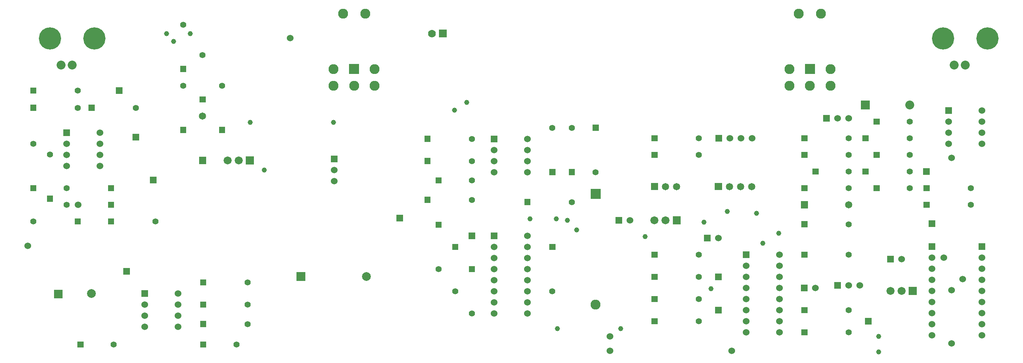
<source format=gbr>
G04 start of page 5 for group 3 idx 3 *
G04 Title: (unknown), GND *
G04 Creator: pcb 20091103 *
G04 CreationDate: Mon Apr 26 17:04:44 2010 UTC *
G04 For: fosse *
G04 Format: Gerber/RS-274X *
G04 PCB-Dimensions: 1200000 1000000 *
G04 PCB-Coordinate-Origin: lower left *
%MOIN*%
%FSLAX25Y25*%
%LNGROUP3*%
%ADD11C,0.0200*%
%ADD13C,0.0350*%
%ADD15C,0.0550*%
%ADD16C,0.0600*%
%ADD17C,0.0650*%
%ADD18C,0.0800*%
%ADD19C,0.0787*%
%ADD20C,0.2000*%
%ADD21C,0.0900*%
%ADD22C,0.0720*%
%ADD23C,0.0700*%
%ADD24C,0.0460*%
%ADD26C,0.0300*%
%ADD27C,0.0280*%
%ADD28C,0.0380*%
%ADD29C,0.0320*%
%ADD30C,0.0315*%
%ADD31C,0.0790*%
%ADD32C,0.0510*%
%ADD33C,0.0420*%
%ADD34C,0.0500*%
%ADD35C,0.0472*%
%ADD36C,0.0395*%
G54D11*G36*
X228750Y601750D02*Y596250D01*
X234250D01*
Y601750D01*
X228750D01*
G37*
G36*
X198750D02*Y596250D01*
X204250D01*
Y601750D01*
X198750D01*
G37*
G54D15*X161500Y599000D03*
G54D16*X191500Y669000D03*
X221500D03*
G54D15*X161500D03*
G54D16*X191500Y659000D03*
Y649000D03*
X221500D03*
Y659000D03*
G54D15*X176500Y659500D03*
G54D11*G36*
X228750Y631750D02*Y626250D01*
X234250D01*
Y631750D01*
X228750D01*
G37*
G54D15*X191500Y629000D03*
G54D11*G36*
X173750Y622250D02*Y616750D01*
X179250D01*
Y622250D01*
X173750D01*
G37*
G36*
X158750Y631750D02*Y626250D01*
X164250D01*
Y631750D01*
X158750D01*
G37*
G36*
X228750Y616750D02*Y611250D01*
X234250D01*
Y616750D01*
X228750D01*
G37*
G54D15*X191500Y614000D03*
G54D11*G36*
X266500Y639500D02*Y633500D01*
X272500D01*
Y639500D01*
X266500D01*
G37*
G36*
X251000Y678000D02*Y672000D01*
X257000D01*
Y678000D01*
X251000D01*
G37*
G36*
X188500Y682000D02*Y676000D01*
X194500D01*
Y682000D01*
X188500D01*
G37*
G54D16*X221500Y679000D03*
G54D11*G36*
X211250Y704250D02*Y698750D01*
X216750D01*
Y704250D01*
X211250D01*
G37*
G54D15*X254000Y701500D03*
X201500D03*
G54D11*G36*
X236000Y720000D02*Y714000D01*
X242000D01*
Y720000D01*
X236000D01*
G37*
G36*
X293750Y684250D02*Y678750D01*
X299250D01*
Y684250D01*
X293750D01*
G37*
G36*
X328750D02*Y678750D01*
X334250D01*
Y684250D01*
X328750D01*
G37*
G54D15*X296500Y721500D03*
X331500D03*
G54D11*G36*
X293750Y739250D02*Y733750D01*
X299250D01*
Y739250D01*
X293750D01*
G37*
G36*
X311250Y711750D02*Y706250D01*
X316750D01*
Y711750D01*
X311250D01*
G37*
G54D15*X314000Y749000D03*
G54D17*Y694000D03*
G54D18*X196500Y740000D03*
G54D11*G36*
X158750Y719750D02*Y714250D01*
X164250D01*
Y719750D01*
X158750D01*
G37*
G54D15*X201500Y717000D03*
G54D11*G36*
X158750Y704250D02*Y698750D01*
X164250D01*
Y704250D01*
X158750D01*
G37*
G36*
X311750Y490750D02*Y485250D01*
X317250D01*
Y490750D01*
X311750D01*
G37*
G36*
Y526750D02*Y521250D01*
X317250D01*
Y526750D01*
X311750D01*
G37*
G36*
Y509250D02*Y503750D01*
X317250D01*
Y509250D01*
X311750D01*
G37*
G36*
Y546750D02*Y541250D01*
X317250D01*
Y546750D01*
X311750D01*
G37*
G54D15*X344500Y488000D03*
X354500Y524000D03*
Y506500D03*
Y544000D03*
X271500Y599000D03*
G54D11*G36*
X242500Y557000D02*Y551000D01*
X248500D01*
Y557000D01*
X242500D01*
G37*
G36*
X259000Y537000D02*Y531000D01*
X265000D01*
Y537000D01*
X259000D01*
G37*
G54D16*X262000Y524000D03*
Y514000D03*
G54D19*X214000Y534000D03*
G54D11*G36*
X180141Y537544D02*Y529670D01*
X188015D01*
Y537544D01*
X180141D01*
G37*
G54D16*X262000Y504000D03*
G54D11*G36*
X201250Y490750D02*Y485250D01*
X206750D01*
Y490750D01*
X201250D01*
G37*
G54D15*X234000Y488000D03*
G54D16*X292000Y504000D03*
Y514000D03*
Y524000D03*
Y534000D03*
G54D18*X991000Y740000D03*
G54D20*X981000Y764000D03*
G54D18*X1001000Y740000D03*
G54D20*X1021000Y764000D03*
G54D16*X1016000Y669000D03*
Y679000D03*
Y689000D03*
Y699000D03*
G54D11*G36*
X918250Y691750D02*Y686250D01*
X923750D01*
Y691750D01*
X918250D01*
G37*
G36*
X908250Y676750D02*Y671250D01*
X913750D01*
Y676750D01*
X908250D01*
G37*
G36*
X918250Y631750D02*Y626250D01*
X923750D01*
Y631750D01*
X918250D01*
G37*
G36*
X908250Y646750D02*Y641250D01*
X913750D01*
Y646750D01*
X908250D01*
G37*
G36*
X918250Y661750D02*Y656250D01*
X923750D01*
Y661750D01*
X918250D01*
G37*
G36*
X907000Y708000D02*Y700000D01*
X915000D01*
Y708000D01*
X907000D01*
G37*
G54D15*X951000Y689000D03*
Y674000D03*
Y644000D03*
Y659000D03*
G54D18*Y704000D03*
G54D11*G36*
X963000Y647000D02*Y641000D01*
X969000D01*
Y647000D01*
X963000D01*
G37*
G36*
X873000Y695000D02*Y689000D01*
X879000D01*
Y695000D01*
X873000D01*
G37*
G54D16*X886000Y692000D03*
X896000D03*
G54D11*G36*
X853250Y676750D02*Y671250D01*
X858750D01*
Y676750D01*
X853250D01*
G37*
G54D15*X896000Y674000D03*
G54D21*X851000Y786500D03*
X871000D03*
G54D11*G36*
X856500Y741000D02*Y732000D01*
X865500D01*
Y741000D01*
X856500D01*
G37*
G54D21*X842500Y736500D03*
X879500D03*
X842500Y721500D03*
X861000D03*
X879500D03*
G54D16*X803500Y539000D03*
Y529000D03*
Y519000D03*
Y509000D03*
G54D11*G36*
X800500Y572000D02*Y566000D01*
X806500D01*
Y572000D01*
X800500D01*
G37*
G54D16*X803500Y559000D03*
Y549000D03*
Y499000D03*
G54D11*G36*
X775500Y522000D02*Y516000D01*
X781500D01*
Y522000D01*
X775500D01*
G37*
G36*
Y552000D02*Y546000D01*
X781500D01*
Y552000D01*
X775500D01*
G37*
G36*
X775250Y633750D02*Y627250D01*
X781750D01*
Y633750D01*
X775250D01*
G37*
G54D17*X788500Y630500D03*
X798500D03*
X808500D03*
G54D11*G36*
X717750Y633750D02*Y627250D01*
X724250D01*
Y633750D01*
X717750D01*
G37*
G54D17*X731000Y630500D03*
X741000D03*
G54D11*G36*
X776000Y677000D02*Y671000D01*
X782000D01*
Y677000D01*
X776000D01*
G37*
G36*
X718250Y676750D02*Y671250D01*
X723750D01*
Y676750D01*
X718250D01*
G37*
G54D15*X761000Y674000D03*
G54D16*X789000D03*
X799000D03*
X809000D03*
G54D11*G36*
X718250Y661750D02*Y656250D01*
X723750D01*
Y661750D01*
X718250D01*
G37*
G54D15*X761000Y659000D03*
Y569000D03*
G54D11*G36*
X765500Y587000D02*Y581000D01*
X771500D01*
Y587000D01*
X765500D01*
G37*
G54D16*X778500Y584000D03*
G54D11*G36*
X737400Y603600D02*Y596400D01*
X744600D01*
Y603600D01*
X737400D01*
G37*
G54D22*X731000Y600000D03*
X721000D03*
G54D11*G36*
X718250Y571750D02*Y566250D01*
X723750D01*
Y571750D01*
X718250D01*
G37*
G36*
Y551750D02*Y546250D01*
X723750D01*
Y551750D01*
X718250D01*
G37*
G54D15*X761000Y549000D03*
G54D11*G36*
X718250Y531750D02*Y526250D01*
X723750D01*
Y531750D01*
X718250D01*
G37*
G54D15*X761000Y529000D03*
G54D11*G36*
X718250Y511750D02*Y506250D01*
X723750D01*
Y511750D01*
X718250D01*
G37*
G54D15*X761000Y509000D03*
G54D11*G36*
X573500Y589000D02*Y583000D01*
X579500D01*
Y589000D01*
X573500D01*
G37*
G54D16*X576500Y576000D03*
Y566000D03*
G54D15*X556500Y516000D03*
G54D11*G36*
X553750Y558750D02*Y553250D01*
X559250D01*
Y558750D01*
X553750D01*
G37*
G54D16*X576500Y556000D03*
Y546000D03*
Y536000D03*
G54D15*X541500D03*
X556500Y618500D03*
G54D11*G36*
X553500Y589000D02*Y583000D01*
X559500D01*
Y589000D01*
X553500D01*
G37*
G54D15*X556500Y653500D03*
Y636000D03*
G54D11*G36*
X573500Y676500D02*Y670500D01*
X579500D01*
Y676500D01*
X573500D01*
G37*
G54D15*X556500Y673500D03*
G54D16*X576500Y663500D03*
Y653500D03*
Y643500D03*
Y526000D03*
Y516000D03*
X606500D03*
Y526000D03*
Y536000D03*
G54D15*X629000D03*
G54D16*X606500Y546000D03*
Y556000D03*
Y566000D03*
Y576000D03*
Y586000D03*
G54D11*G36*
X626250Y578750D02*Y573250D01*
X631750D01*
Y578750D01*
X626250D01*
G37*
G54D21*X668000Y524000D03*
G54D11*G36*
X626250Y646250D02*Y640750D01*
X631750D01*
Y646250D01*
X626250D01*
G37*
G54D16*X606500Y643500D03*
Y653500D03*
Y663500D03*
Y673500D03*
G54D11*G36*
X603750Y619250D02*Y613750D01*
X609250D01*
Y619250D01*
X603750D01*
G37*
G54D15*X629000Y683500D03*
G54D11*G36*
X665250Y686250D02*Y680750D01*
X670750D01*
Y686250D01*
X665250D01*
G37*
G54D15*X646500Y683500D03*
G54D11*G36*
X663500Y628500D02*Y619500D01*
X672500D01*
Y628500D01*
X663500D01*
G37*
G54D15*X668000Y643500D03*
G54D11*G36*
X643750Y646250D02*Y640750D01*
X649250D01*
Y646250D01*
X643750D01*
G37*
G54D15*X646500Y616500D03*
G54D11*G36*
X686000Y603000D02*Y597000D01*
X692000D01*
Y603000D01*
X686000D01*
G37*
G54D16*X699000Y600000D03*
X833500Y499000D03*
G54D11*G36*
X853250Y501750D02*Y496250D01*
X858750D01*
Y501750D01*
X853250D01*
G37*
G54D15*X896000Y499000D03*
G54D16*X833500Y509000D03*
G54D11*G36*
X853000Y542000D02*Y536000D01*
X859000D01*
Y542000D01*
X853000D01*
G37*
G54D16*X866000Y539000D03*
G54D11*G36*
X883000Y544500D02*Y538500D01*
X889000D01*
Y544500D01*
X883000D01*
G37*
G36*
X853250Y521750D02*Y516250D01*
X858750D01*
Y521750D01*
X853250D01*
G37*
G54D16*X833500Y519000D03*
Y529000D03*
Y539000D03*
Y549000D03*
Y559000D03*
Y569000D03*
G54D15*X896000Y519000D03*
G54D11*G36*
X910500Y512000D02*Y506000D01*
X916500D01*
Y512000D01*
X910500D01*
G37*
G36*
X853250Y661750D02*Y656250D01*
X858750D01*
Y661750D01*
X853250D01*
G37*
G36*
Y599250D02*Y593750D01*
X858750D01*
Y599250D01*
X853250D01*
G37*
G36*
Y631750D02*Y626250D01*
X858750D01*
Y631750D01*
X853250D01*
G37*
G54D15*X896000Y659000D03*
Y596500D03*
Y629000D03*
Y644000D03*
G54D11*G36*
X852750Y617250D02*Y610750D01*
X859250D01*
Y617250D01*
X852750D01*
G37*
G54D17*X896000Y614000D03*
G54D11*G36*
X863250Y646750D02*Y641250D01*
X868750D01*
Y646750D01*
X863250D01*
G37*
G36*
X930500Y568000D02*Y562000D01*
X936500D01*
Y568000D01*
X930500D01*
G37*
G54D16*X943500Y565000D03*
G54D11*G36*
X853250Y571750D02*Y566250D01*
X858750D01*
Y571750D01*
X853250D01*
G37*
G54D15*X896000Y569000D03*
G54D11*G36*
X949900Y540100D02*Y532900D01*
X957100D01*
Y540100D01*
X949900D01*
G37*
G54D22*X943500Y536500D03*
X933500D03*
G54D16*X896000Y541500D03*
X906000D03*
G54D11*G36*
X963250Y616750D02*Y611250D01*
X968750D01*
Y616750D01*
X963250D01*
G37*
G36*
Y631750D02*Y626250D01*
X968750D01*
Y631750D01*
X963250D01*
G37*
G54D15*X951000Y629000D03*
X1006000Y614000D03*
G54D11*G36*
X983000Y702000D02*Y696000D01*
X989000D01*
Y702000D01*
X983000D01*
G37*
G54D16*X986000Y689000D03*
Y679000D03*
Y669000D03*
G54D15*X1006000Y629000D03*
G54D11*G36*
X1013000Y579500D02*Y573500D01*
X1019000D01*
Y579500D01*
X1013000D01*
G37*
G54D16*X1016000Y566500D03*
Y556500D03*
Y546500D03*
Y536500D03*
Y526500D03*
Y516500D03*
Y506500D03*
Y496500D03*
G54D11*G36*
X968000Y579500D02*Y573500D01*
X974000D01*
Y579500D01*
X968000D01*
G37*
G54D16*X971000Y566500D03*
Y556500D03*
G54D11*G36*
X968000Y600000D02*Y594000D01*
X974000D01*
Y600000D01*
X968000D01*
G37*
G54D16*X971000Y546500D03*
Y536500D03*
Y526500D03*
Y516500D03*
Y506500D03*
Y496500D03*
G54D11*G36*
X527000Y772000D02*Y765000D01*
X534000D01*
Y772000D01*
X527000D01*
G37*
G54D18*X186500Y740000D03*
G54D20*X216500Y764000D03*
X176500D03*
G54D15*X296500Y776500D03*
G54D21*X440500Y786500D03*
X460500D03*
G54D11*G36*
X310750Y657250D02*Y650750D01*
X317250D01*
Y657250D01*
X310750D01*
G37*
G36*
X352900Y657600D02*Y650400D01*
X360100D01*
Y657600D01*
X352900D01*
G37*
G54D22*X346500Y654000D03*
X336500D03*
G54D11*G36*
X429500Y658500D02*Y652500D01*
X435500D01*
Y658500D01*
X429500D01*
G37*
G54D16*X432500Y645500D03*
Y635500D03*
G54D11*G36*
X513750Y656250D02*Y650750D01*
X519250D01*
Y656250D01*
X513750D01*
G37*
G36*
X523750Y638750D02*Y633250D01*
X529250D01*
Y638750D01*
X523750D01*
G37*
G36*
X513750Y676250D02*Y670750D01*
X519250D01*
Y676250D01*
X513750D01*
G37*
G36*
X398536Y553437D02*Y545563D01*
X406410D01*
Y553437D01*
X398536D01*
G37*
G54D19*X461528Y549500D03*
G54D11*G36*
X488500Y605000D02*Y599000D01*
X494500D01*
Y605000D01*
X488500D01*
G37*
G36*
X513750Y621250D02*Y615750D01*
X519250D01*
Y621250D01*
X513750D01*
G37*
G36*
X523750Y598750D02*Y593250D01*
X529250D01*
Y598750D01*
X523750D01*
G37*
G54D15*X526500Y556000D03*
G54D11*G36*
X538750Y578750D02*Y573250D01*
X544250D01*
Y578750D01*
X538750D01*
G37*
G54D23*X520500Y768500D03*
G54D11*G36*
X446000Y741000D02*Y732000D01*
X455000D01*
Y741000D01*
X446000D01*
G37*
G54D21*X432000Y736500D03*
X469000D03*
X432000Y721500D03*
X450500D03*
X469000D03*
G54D16*X202000Y614000D03*
G54D24*X303000Y768500D03*
X281500D03*
X288000Y761500D03*
G54D16*X156500Y577000D03*
G54D24*X642500Y600000D03*
X651000Y591500D03*
X357000Y688500D03*
X432000D03*
G54D16*X393000Y764500D03*
G54D24*X369500Y645500D03*
X541000Y699500D03*
X609000Y601500D03*
X632500D03*
X552000Y706500D03*
X923000Y481500D03*
Y495500D03*
G54D16*X988500Y537000D03*
Y656500D03*
Y489000D03*
X981500Y566500D03*
X998500Y547000D03*
G54D24*X772000Y538500D03*
X786500Y608000D03*
G54D16*X790500Y482500D03*
G54D24*X818500Y579500D03*
X765500Y598500D03*
X813000Y606500D03*
G54D16*X681000Y482500D03*
Y495500D03*
G54D24*X690500Y502500D03*
X712500Y585500D03*
X833000Y588500D03*
X633500Y502500D03*
G54D26*G54D27*G54D26*G54D27*G54D26*G54D28*G54D27*G54D26*G54D28*G54D26*G54D29*G54D26*G54D28*G54D27*G54D30*G54D27*G54D26*G54D27*G54D29*G54D31*G54D29*G54D31*G54D27*G54D26*G54D28*G54D26*G54D32*G54D27*G54D28*G54D26*G54D28*G54D26*G54D33*G54D26*G54D27*G54D26*G54D27*G54D26*G54D28*G54D26*G54D27*G54D26*G54D27*G54D26*G54D27*G54D26*G54D34*G54D26*G54D27*G54D26*G54D34*G54D26*G54D27*G54D26*G54D27*G54D26*G54D28*G54D26*G54D27*G54D26*G54D28*G54D26*G54D33*G54D28*G54D26*G54D27*G54D26*G54D28*G54D27*G54D35*G54D29*G54D31*G54D26*G54D32*G54D26*G54D33*G54D28*G54D26*G54D36*G54D28*G54D26*G54D27*G54D32*G54D13*G54D11*G54D13*G54D11*G54D13*G54D11*G54D13*G54D11*G54D13*G54D11*G54D13*G54D11*M02*

</source>
